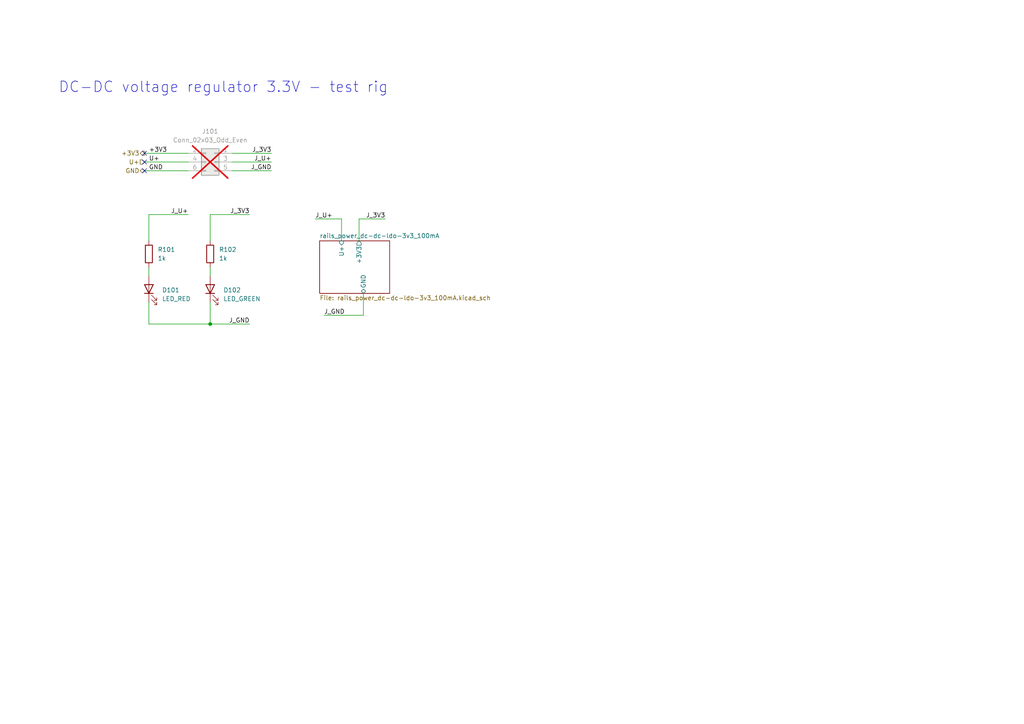
<source format=kicad_sch>
(kicad_sch
	(version 20231120)
	(generator "eeschema")
	(generator_version "8.0")
	(uuid "0ed6639a-cde6-4452-b9e1-77c370bade86")
	(paper "A4")
	(title_block
		(title "xDuinoRail - LocDecoder - Development Kit")
		(date "2024-10-09")
		(rev "v0.2")
		(company "Chatelain Engineering, Bern - CH")
	)
	(lib_symbols
		(symbol "Connector_Generic:Conn_02x03_Odd_Even"
			(pin_names
				(offset 1.016) hide)
			(exclude_from_sim no)
			(in_bom yes)
			(on_board yes)
			(property "Reference" "J"
				(at 1.27 5.08 0)
				(effects
					(font
						(size 1.27 1.27)
					)
				)
			)
			(property "Value" "Conn_02x03_Odd_Even"
				(at 1.27 -5.08 0)
				(effects
					(font
						(size 1.27 1.27)
					)
				)
			)
			(property "Footprint" ""
				(at 0 0 0)
				(effects
					(font
						(size 1.27 1.27)
					)
					(hide yes)
				)
			)
			(property "Datasheet" "~"
				(at 0 0 0)
				(effects
					(font
						(size 1.27 1.27)
					)
					(hide yes)
				)
			)
			(property "Description" "Generic connector, double row, 02x03, odd/even pin numbering scheme (row 1 odd numbers, row 2 even numbers), script generated (kicad-library-utils/schlib/autogen/connector/)"
				(at 0 0 0)
				(effects
					(font
						(size 1.27 1.27)
					)
					(hide yes)
				)
			)
			(property "ki_keywords" "connector"
				(at 0 0 0)
				(effects
					(font
						(size 1.27 1.27)
					)
					(hide yes)
				)
			)
			(property "ki_fp_filters" "Connector*:*_2x??_*"
				(at 0 0 0)
				(effects
					(font
						(size 1.27 1.27)
					)
					(hide yes)
				)
			)
			(symbol "Conn_02x03_Odd_Even_1_1"
				(rectangle
					(start -1.27 -2.413)
					(end 0 -2.667)
					(stroke
						(width 0.1524)
						(type default)
					)
					(fill
						(type none)
					)
				)
				(rectangle
					(start -1.27 0.127)
					(end 0 -0.127)
					(stroke
						(width 0.1524)
						(type default)
					)
					(fill
						(type none)
					)
				)
				(rectangle
					(start -1.27 2.667)
					(end 0 2.413)
					(stroke
						(width 0.1524)
						(type default)
					)
					(fill
						(type none)
					)
				)
				(rectangle
					(start -1.27 3.81)
					(end 3.81 -3.81)
					(stroke
						(width 0.254)
						(type default)
					)
					(fill
						(type background)
					)
				)
				(rectangle
					(start 3.81 -2.413)
					(end 2.54 -2.667)
					(stroke
						(width 0.1524)
						(type default)
					)
					(fill
						(type none)
					)
				)
				(rectangle
					(start 3.81 0.127)
					(end 2.54 -0.127)
					(stroke
						(width 0.1524)
						(type default)
					)
					(fill
						(type none)
					)
				)
				(rectangle
					(start 3.81 2.667)
					(end 2.54 2.413)
					(stroke
						(width 0.1524)
						(type default)
					)
					(fill
						(type none)
					)
				)
				(pin passive line
					(at -5.08 2.54 0)
					(length 3.81)
					(name "Pin_1"
						(effects
							(font
								(size 1.27 1.27)
							)
						)
					)
					(number "1"
						(effects
							(font
								(size 1.27 1.27)
							)
						)
					)
				)
				(pin passive line
					(at 7.62 2.54 180)
					(length 3.81)
					(name "Pin_2"
						(effects
							(font
								(size 1.27 1.27)
							)
						)
					)
					(number "2"
						(effects
							(font
								(size 1.27 1.27)
							)
						)
					)
				)
				(pin passive line
					(at -5.08 0 0)
					(length 3.81)
					(name "Pin_3"
						(effects
							(font
								(size 1.27 1.27)
							)
						)
					)
					(number "3"
						(effects
							(font
								(size 1.27 1.27)
							)
						)
					)
				)
				(pin passive line
					(at 7.62 0 180)
					(length 3.81)
					(name "Pin_4"
						(effects
							(font
								(size 1.27 1.27)
							)
						)
					)
					(number "4"
						(effects
							(font
								(size 1.27 1.27)
							)
						)
					)
				)
				(pin passive line
					(at -5.08 -2.54 0)
					(length 3.81)
					(name "Pin_5"
						(effects
							(font
								(size 1.27 1.27)
							)
						)
					)
					(number "5"
						(effects
							(font
								(size 1.27 1.27)
							)
						)
					)
				)
				(pin passive line
					(at 7.62 -2.54 180)
					(length 3.81)
					(name "Pin_6"
						(effects
							(font
								(size 1.27 1.27)
							)
						)
					)
					(number "6"
						(effects
							(font
								(size 1.27 1.27)
							)
						)
					)
				)
			)
		)
		(symbol "Device:LED"
			(pin_numbers hide)
			(pin_names
				(offset 1.016) hide)
			(exclude_from_sim no)
			(in_bom yes)
			(on_board yes)
			(property "Reference" "D"
				(at 0 2.54 0)
				(effects
					(font
						(size 1.27 1.27)
					)
				)
			)
			(property "Value" "LED"
				(at 0 -2.54 0)
				(effects
					(font
						(size 1.27 1.27)
					)
				)
			)
			(property "Footprint" ""
				(at 0 0 0)
				(effects
					(font
						(size 1.27 1.27)
					)
					(hide yes)
				)
			)
			(property "Datasheet" "~"
				(at 0 0 0)
				(effects
					(font
						(size 1.27 1.27)
					)
					(hide yes)
				)
			)
			(property "Description" "Light emitting diode"
				(at 0 0 0)
				(effects
					(font
						(size 1.27 1.27)
					)
					(hide yes)
				)
			)
			(property "ki_keywords" "LED diode"
				(at 0 0 0)
				(effects
					(font
						(size 1.27 1.27)
					)
					(hide yes)
				)
			)
			(property "ki_fp_filters" "LED* LED_SMD:* LED_THT:*"
				(at 0 0 0)
				(effects
					(font
						(size 1.27 1.27)
					)
					(hide yes)
				)
			)
			(symbol "LED_0_1"
				(polyline
					(pts
						(xy -1.27 -1.27) (xy -1.27 1.27)
					)
					(stroke
						(width 0.254)
						(type default)
					)
					(fill
						(type none)
					)
				)
				(polyline
					(pts
						(xy -1.27 0) (xy 1.27 0)
					)
					(stroke
						(width 0)
						(type default)
					)
					(fill
						(type none)
					)
				)
				(polyline
					(pts
						(xy 1.27 -1.27) (xy 1.27 1.27) (xy -1.27 0) (xy 1.27 -1.27)
					)
					(stroke
						(width 0.254)
						(type default)
					)
					(fill
						(type none)
					)
				)
				(polyline
					(pts
						(xy -3.048 -0.762) (xy -4.572 -2.286) (xy -3.81 -2.286) (xy -4.572 -2.286) (xy -4.572 -1.524)
					)
					(stroke
						(width 0)
						(type default)
					)
					(fill
						(type none)
					)
				)
				(polyline
					(pts
						(xy -1.778 -0.762) (xy -3.302 -2.286) (xy -2.54 -2.286) (xy -3.302 -2.286) (xy -3.302 -1.524)
					)
					(stroke
						(width 0)
						(type default)
					)
					(fill
						(type none)
					)
				)
			)
			(symbol "LED_1_1"
				(pin passive line
					(at -3.81 0 0)
					(length 2.54)
					(name "K"
						(effects
							(font
								(size 1.27 1.27)
							)
						)
					)
					(number "1"
						(effects
							(font
								(size 1.27 1.27)
							)
						)
					)
				)
				(pin passive line
					(at 3.81 0 180)
					(length 2.54)
					(name "A"
						(effects
							(font
								(size 1.27 1.27)
							)
						)
					)
					(number "2"
						(effects
							(font
								(size 1.27 1.27)
							)
						)
					)
				)
			)
		)
		(symbol "Device:R"
			(pin_numbers hide)
			(pin_names
				(offset 0)
			)
			(exclude_from_sim no)
			(in_bom yes)
			(on_board yes)
			(property "Reference" "R"
				(at 2.032 0 90)
				(effects
					(font
						(size 1.27 1.27)
					)
				)
			)
			(property "Value" "R"
				(at 0 0 90)
				(effects
					(font
						(size 1.27 1.27)
					)
				)
			)
			(property "Footprint" ""
				(at -1.778 0 90)
				(effects
					(font
						(size 1.27 1.27)
					)
					(hide yes)
				)
			)
			(property "Datasheet" "~"
				(at 0 0 0)
				(effects
					(font
						(size 1.27 1.27)
					)
					(hide yes)
				)
			)
			(property "Description" "Resistor"
				(at 0 0 0)
				(effects
					(font
						(size 1.27 1.27)
					)
					(hide yes)
				)
			)
			(property "ki_keywords" "R res resistor"
				(at 0 0 0)
				(effects
					(font
						(size 1.27 1.27)
					)
					(hide yes)
				)
			)
			(property "ki_fp_filters" "R_*"
				(at 0 0 0)
				(effects
					(font
						(size 1.27 1.27)
					)
					(hide yes)
				)
			)
			(symbol "R_0_1"
				(rectangle
					(start -1.016 -2.54)
					(end 1.016 2.54)
					(stroke
						(width 0.254)
						(type default)
					)
					(fill
						(type none)
					)
				)
			)
			(symbol "R_1_1"
				(pin passive line
					(at 0 3.81 270)
					(length 1.27)
					(name "~"
						(effects
							(font
								(size 1.27 1.27)
							)
						)
					)
					(number "1"
						(effects
							(font
								(size 1.27 1.27)
							)
						)
					)
				)
				(pin passive line
					(at 0 -3.81 90)
					(length 1.27)
					(name "~"
						(effects
							(font
								(size 1.27 1.27)
							)
						)
					)
					(number "2"
						(effects
							(font
								(size 1.27 1.27)
							)
						)
					)
				)
			)
		)
	)
	(junction
		(at 60.96 93.98)
		(diameter 0)
		(color 0 0 0 0)
		(uuid "e7b0e3d0-80b7-4dcb-9039-21c90ea0e871")
	)
	(no_connect
		(at 41.91 46.99)
		(uuid "37cf8681-04ee-4112-9587-446bf8deda70")
	)
	(no_connect
		(at 41.91 44.45)
		(uuid "782e42fd-a156-4da7-bfaa-38be59bf9715")
	)
	(no_connect
		(at 41.91 49.53)
		(uuid "be24381e-331d-4f5c-b845-08052f5fa0c9")
	)
	(wire
		(pts
			(xy 60.96 77.47) (xy 60.96 80.01)
		)
		(stroke
			(width 0)
			(type default)
		)
		(uuid "01705c20-bb01-41c6-9f39-4b71916add54")
	)
	(wire
		(pts
			(xy 43.18 77.47) (xy 43.18 80.01)
		)
		(stroke
			(width 0)
			(type default)
		)
		(uuid "0dac9330-9a37-4598-9cb6-984367e1c9f7")
	)
	(wire
		(pts
			(xy 60.96 62.23) (xy 72.39 62.23)
		)
		(stroke
			(width 0)
			(type default)
		)
		(uuid "387e1e8f-9999-4eb5-8c4b-70a3a8e1d1f7")
	)
	(wire
		(pts
			(xy 105.41 85.09) (xy 105.41 91.44)
		)
		(stroke
			(width 0)
			(type default)
		)
		(uuid "3fafc801-3766-4dea-9bfc-bf08a8a115ce")
	)
	(wire
		(pts
			(xy 60.96 93.98) (xy 60.96 87.63)
		)
		(stroke
			(width 0)
			(type default)
		)
		(uuid "40be8b9d-c855-42e6-8c1f-deef8e63b87e")
	)
	(wire
		(pts
			(xy 43.18 93.98) (xy 60.96 93.98)
		)
		(stroke
			(width 0)
			(type default)
		)
		(uuid "4af82f7e-b887-4f5a-90ee-501aa8423cc1")
	)
	(wire
		(pts
			(xy 67.31 46.99) (xy 78.74 46.99)
		)
		(stroke
			(width 0)
			(type default)
		)
		(uuid "752ce272-e33f-4990-a493-f5e76a10c857")
	)
	(wire
		(pts
			(xy 60.96 62.23) (xy 60.96 69.85)
		)
		(stroke
			(width 0)
			(type default)
		)
		(uuid "79927f4a-a48c-4022-926b-0aa68a07dadc")
	)
	(wire
		(pts
			(xy 43.18 62.23) (xy 54.61 62.23)
		)
		(stroke
			(width 0)
			(type default)
		)
		(uuid "8f7ba4f9-f8ec-47fa-8dca-02d14492fe50")
	)
	(wire
		(pts
			(xy 93.98 91.44) (xy 105.41 91.44)
		)
		(stroke
			(width 0)
			(type default)
		)
		(uuid "ac682786-0621-4709-bc44-232a708842dd")
	)
	(wire
		(pts
			(xy 41.91 44.45) (xy 54.61 44.45)
		)
		(stroke
			(width 0)
			(type default)
		)
		(uuid "ad89a361-8a53-470f-a392-cfc94e77dbda")
	)
	(wire
		(pts
			(xy 104.14 63.5) (xy 104.14 69.85)
		)
		(stroke
			(width 0)
			(type default)
		)
		(uuid "b220e254-2379-4faa-a996-a857b8132aca")
	)
	(wire
		(pts
			(xy 104.14 63.5) (xy 111.76 63.5)
		)
		(stroke
			(width 0)
			(type default)
		)
		(uuid "b55f3b0f-62dd-401a-b4f4-a31f97f9f087")
	)
	(wire
		(pts
			(xy 60.96 93.98) (xy 72.39 93.98)
		)
		(stroke
			(width 0)
			(type default)
		)
		(uuid "bb626d39-c086-42b6-846b-f6dd8718bb0a")
	)
	(wire
		(pts
			(xy 43.18 87.63) (xy 43.18 93.98)
		)
		(stroke
			(width 0)
			(type default)
		)
		(uuid "c60f00ca-9f87-4a09-b9ff-7ebb83f696bd")
	)
	(wire
		(pts
			(xy 41.91 46.99) (xy 54.61 46.99)
		)
		(stroke
			(width 0)
			(type default)
		)
		(uuid "cf70443e-7cf7-4651-b27c-dfd51ee44918")
	)
	(wire
		(pts
			(xy 99.06 63.5) (xy 99.06 69.85)
		)
		(stroke
			(width 0)
			(type default)
		)
		(uuid "d7db385f-07fa-4880-a817-b1a466d19da3")
	)
	(wire
		(pts
			(xy 41.91 49.53) (xy 54.61 49.53)
		)
		(stroke
			(width 0)
			(type default)
		)
		(uuid "de55fc2b-fb1f-487c-892b-ac679eef049b")
	)
	(wire
		(pts
			(xy 67.31 44.45) (xy 78.74 44.45)
		)
		(stroke
			(width 0)
			(type default)
		)
		(uuid "e09bb974-3f90-4fc2-aec7-7d2c1f795c03")
	)
	(wire
		(pts
			(xy 67.31 49.53) (xy 78.74 49.53)
		)
		(stroke
			(width 0)
			(type default)
		)
		(uuid "e83df118-6604-42a4-ab1c-955ef7710e8b")
	)
	(wire
		(pts
			(xy 91.44 63.5) (xy 99.06 63.5)
		)
		(stroke
			(width 0)
			(type default)
		)
		(uuid "ec235ca6-f22e-4668-9586-fd9823934cff")
	)
	(wire
		(pts
			(xy 43.18 62.23) (xy 43.18 69.85)
		)
		(stroke
			(width 0)
			(type default)
		)
		(uuid "f3ddeea5-d052-43de-853f-7ca7ce15b4ab")
	)
	(text "DC-DC voltage regulator 3.3V - test rig\n"
		(exclude_from_sim no)
		(at 64.77 25.4 0)
		(effects
			(font
				(size 3.048 3.048)
			)
		)
		(uuid "a76d4c3f-1db9-44fb-b638-4d14cd1e3899")
	)
	(label "U+"
		(at 43.18 46.99 0)
		(effects
			(font
				(size 1.27 1.27)
			)
			(justify left bottom)
		)
		(uuid "1b697442-c777-4005-a3aa-16cbb5935af9")
	)
	(label "J_GND"
		(at 78.74 49.53 180)
		(effects
			(font
				(size 1.27 1.27)
			)
			(justify right bottom)
		)
		(uuid "2bb9950b-6b92-431f-9706-eeacc8da38d2")
	)
	(label "J_U+"
		(at 91.44 63.5 0)
		(effects
			(font
				(size 1.27 1.27)
			)
			(justify left bottom)
		)
		(uuid "3421b7ab-f340-4789-8042-44c7818d3581")
	)
	(label "J_U+"
		(at 54.61 62.23 180)
		(effects
			(font
				(size 1.27 1.27)
			)
			(justify right bottom)
		)
		(uuid "3751879c-bc7c-4fa4-8536-536a62f4305f")
	)
	(label "GND"
		(at 43.18 49.53 0)
		(effects
			(font
				(size 1.27 1.27)
			)
			(justify left bottom)
		)
		(uuid "5ab4950e-b917-4d8b-a4fa-8851b6137e5b")
	)
	(label "J_GND"
		(at 72.39 93.98 180)
		(effects
			(font
				(size 1.27 1.27)
			)
			(justify right bottom)
		)
		(uuid "74682f07-679a-4663-8df7-3450b46cd80e")
	)
	(label "J_GND"
		(at 93.98 91.44 0)
		(effects
			(font
				(size 1.27 1.27)
			)
			(justify left bottom)
		)
		(uuid "8d88af8a-fb83-4c39-942f-c3edc372e7c0")
	)
	(label "J_3V3"
		(at 111.76 63.5 180)
		(effects
			(font
				(size 1.27 1.27)
			)
			(justify right bottom)
		)
		(uuid "95117098-7e83-4ddb-b917-3ff6d02c466b")
	)
	(label "J_3V3"
		(at 78.74 44.45 180)
		(effects
			(font
				(size 1.27 1.27)
			)
			(justify right bottom)
		)
		(uuid "9fdece85-e24a-44f8-bd04-a6f01d42f42c")
	)
	(label "J_3V3"
		(at 72.39 62.23 180)
		(effects
			(font
				(size 1.27 1.27)
			)
			(justify right bottom)
		)
		(uuid "bd29a1db-cce3-4c7d-b348-ecfbe9e4723d")
	)
	(label "+3V3"
		(at 43.18 44.45 0)
		(effects
			(font
				(size 1.27 1.27)
			)
			(justify left bottom)
		)
		(uuid "e9bc3bc5-42c9-46dc-83e7-c5d6907d627a")
	)
	(label "J_U+"
		(at 78.74 46.99 180)
		(effects
			(font
				(size 1.27 1.27)
			)
			(justify right bottom)
		)
		(uuid "f3fcfeae-8c34-4751-a05a-aae005ae289b")
	)
	(hierarchical_label "+3V3"
		(shape output)
		(at 41.91 44.45 180)
		(effects
			(font
				(size 1.27 1.27)
			)
			(justify right)
		)
		(uuid "2c8d074c-af2f-460b-8bf8-c40b0c2466ce")
	)
	(hierarchical_label "GND"
		(shape bidirectional)
		(at 41.91 49.53 180)
		(effects
			(font
				(size 1.27 1.27)
			)
			(justify right)
		)
		(uuid "4122690b-62ec-42e1-8082-193364f831a4")
	)
	(hierarchical_label "U+"
		(shape input)
		(at 41.91 46.99 180)
		(effects
			(font
				(size 1.27 1.27)
			)
			(justify right)
		)
		(uuid "de9e2d68-e67e-4353-b8a4-3844fc0f0408")
	)
	(symbol
		(lib_id "Device:LED")
		(at 60.96 83.82 90)
		(unit 1)
		(exclude_from_sim no)
		(in_bom yes)
		(on_board yes)
		(dnp no)
		(fields_autoplaced yes)
		(uuid "0586bacd-428c-490e-a714-1310611b4afc")
		(property "Reference" "D102"
			(at 64.77 84.1374 90)
			(effects
				(font
					(size 1.27 1.27)
				)
				(justify right)
			)
		)
		(property "Value" "LED_GREEN"
			(at 64.77 86.6774 90)
			(effects
				(font
					(size 1.27 1.27)
				)
				(justify right)
			)
		)
		(property "Footprint" "LED_SMD:LED_0603_1608Metric_Pad1.05x0.95mm_HandSolder"
			(at 60.96 83.82 0)
			(effects
				(font
					(size 1.27 1.27)
				)
				(hide yes)
			)
		)
		(property "Datasheet" "~"
			(at 60.96 83.82 0)
			(effects
				(font
					(size 1.27 1.27)
				)
				(hide yes)
			)
		)
		(property "Description" "Light emitting diode"
			(at 60.96 83.82 0)
			(effects
				(font
					(size 1.27 1.27)
				)
				(hide yes)
			)
		)
		(property "OLI_ID" "LED-GREEN_0603"
			(at 60.96 83.82 0)
			(effects
				(font
					(size 1.27 1.27)
				)
				(hide yes)
			)
		)
		(property "P/N" ""
			(at 60.96 83.82 0)
			(effects
				(font
					(size 1.27 1.27)
				)
				(hide yes)
			)
		)
		(pin "2"
			(uuid "5aaab1c5-c728-4ea7-9284-c7f1c64c7ff2")
		)
		(pin "1"
			(uuid "2715602f-1869-4cc1-b483-dfc7cef2e4f8")
		)
		(instances
			(project "rails_power_dc-dc-ldo-3v3_100mA-test"
				(path "/0ed6639a-cde6-4452-b9e1-77c370bade86"
					(reference "D102")
					(unit 1)
				)
			)
			(project "centrale-railcom-feedback-frank-test"
				(path "/e8f9fd83-27d4-40ee-a2c1-fd6356795d83/c0a4662f-3a60-4abc-94e9-504c675acc6d/e8a19738-6e63-483b-b359-ce1ad8baef1c"
					(reference "D?")
					(unit 1)
				)
			)
			(project "xDuinoRail-Accessory-Dev"
				(path "/fb33ec4e-6596-45d2-a121-8d3475acd69a/04faa6d4-33a6-453e-9edf-76276cac5673"
					(reference "D902")
					(unit 1)
				)
			)
		)
	)
	(symbol
		(lib_id "Device:R")
		(at 60.96 73.66 0)
		(unit 1)
		(exclude_from_sim no)
		(in_bom yes)
		(on_board yes)
		(dnp no)
		(fields_autoplaced yes)
		(uuid "2ff9dd22-9ff3-47cd-9059-d18014a405f5")
		(property "Reference" "R102"
			(at 63.5 72.3899 0)
			(effects
				(font
					(size 1.27 1.27)
				)
				(justify left)
			)
		)
		(property "Value" "1k"
			(at 63.5 74.9299 0)
			(effects
				(font
					(size 1.27 1.27)
				)
				(justify left)
			)
		)
		(property "Footprint" "Resistor_SMD:R_0603_1608Metric"
			(at 59.182 73.66 90)
			(effects
				(font
					(size 1.27 1.27)
				)
				(hide yes)
			)
		)
		(property "Datasheet" "~"
			(at 60.96 73.66 0)
			(effects
				(font
					(size 1.27 1.27)
				)
				(hide yes)
			)
		)
		(property "Description" "Resistor"
			(at 60.96 73.66 0)
			(effects
				(font
					(size 1.27 1.27)
				)
				(hide yes)
			)
		)
		(property "OLI_ID" "1k_0603"
			(at 60.96 73.66 0)
			(effects
				(font
					(size 1.27 1.27)
				)
				(hide yes)
			)
		)
		(property "P/N" ""
			(at 60.96 73.66 0)
			(effects
				(font
					(size 1.27 1.27)
				)
				(hide yes)
			)
		)
		(pin "1"
			(uuid "344abf9d-d04b-4b85-a4d4-9075767f0c9c")
		)
		(pin "2"
			(uuid "24a603a4-b1a7-46ef-b254-f4a9ec156610")
		)
		(instances
			(project "rails_power_dc-dc-ldo-3v3_100mA-test"
				(path "/0ed6639a-cde6-4452-b9e1-77c370bade86"
					(reference "R102")
					(unit 1)
				)
			)
			(project "centrale-railcom-feedback-frank-test"
				(path "/e8f9fd83-27d4-40ee-a2c1-fd6356795d83/c0a4662f-3a60-4abc-94e9-504c675acc6d/e8a19738-6e63-483b-b359-ce1ad8baef1c"
					(reference "R?")
					(unit 1)
				)
			)
			(project "xDuinoRail-Accessory-Dev"
				(path "/fb33ec4e-6596-45d2-a121-8d3475acd69a/04faa6d4-33a6-453e-9edf-76276cac5673"
					(reference "R902")
					(unit 1)
				)
			)
		)
	)
	(symbol
		(lib_id "Device:R")
		(at 43.18 73.66 0)
		(unit 1)
		(exclude_from_sim no)
		(in_bom yes)
		(on_board yes)
		(dnp no)
		(uuid "4a03a9a2-9006-41a4-b758-db799aebbf8f")
		(property "Reference" "R101"
			(at 45.72 72.3899 0)
			(effects
				(font
					(size 1.27 1.27)
				)
				(justify left)
			)
		)
		(property "Value" "1k"
			(at 45.72 74.9299 0)
			(effects
				(font
					(size 1.27 1.27)
				)
				(justify left)
			)
		)
		(property "Footprint" "Resistor_SMD:R_0603_1608Metric"
			(at 41.402 73.66 90)
			(effects
				(font
					(size 1.27 1.27)
				)
				(hide yes)
			)
		)
		(property "Datasheet" "~"
			(at 43.18 73.66 0)
			(effects
				(font
					(size 1.27 1.27)
				)
				(hide yes)
			)
		)
		(property "Description" "Resistor"
			(at 43.18 73.66 0)
			(effects
				(font
					(size 1.27 1.27)
				)
				(hide yes)
			)
		)
		(property "OLI_ID" "1k_0603"
			(at 43.18 73.66 0)
			(effects
				(font
					(size 1.27 1.27)
				)
				(hide yes)
			)
		)
		(property "P/N" ""
			(at 43.18 73.66 0)
			(effects
				(font
					(size 1.27 1.27)
				)
				(hide yes)
			)
		)
		(pin "1"
			(uuid "f2054aa6-1635-430b-b48d-a71205681a3d")
		)
		(pin "2"
			(uuid "eebf4e99-6ac9-462f-be0f-3739a53cacbe")
		)
		(instances
			(project "rails_power_dc-dc-ldo-3v3_100mA-test"
				(path "/0ed6639a-cde6-4452-b9e1-77c370bade86"
					(reference "R101")
					(unit 1)
				)
			)
			(project "centrale-railcom-feedback-frank-test"
				(path "/e8f9fd83-27d4-40ee-a2c1-fd6356795d83/c0a4662f-3a60-4abc-94e9-504c675acc6d/e8a19738-6e63-483b-b359-ce1ad8baef1c"
					(reference "R?")
					(unit 1)
				)
			)
			(project "xDuinoRail-Accessory-Dev"
				(path "/fb33ec4e-6596-45d2-a121-8d3475acd69a/04faa6d4-33a6-453e-9edf-76276cac5673"
					(reference "R901")
					(unit 1)
				)
			)
		)
	)
	(symbol
		(lib_id "Connector_Generic:Conn_02x03_Odd_Even")
		(at 62.23 46.99 0)
		(mirror y)
		(unit 1)
		(exclude_from_sim yes)
		(in_bom no)
		(on_board yes)
		(dnp yes)
		(uuid "815d20ba-06c3-4857-b155-34f4f38d3626")
		(property "Reference" "J101"
			(at 60.96 38.1 0)
			(effects
				(font
					(size 1.27 1.27)
				)
			)
		)
		(property "Value" "Conn_02x03_Odd_Even"
			(at 60.96 40.64 0)
			(effects
				(font
					(size 1.27 1.27)
				)
			)
		)
		(property "Footprint" "xDuinoRail:PinHeaderJP_2x03_P2.54mm_Vertical"
			(at 62.23 46.99 0)
			(effects
				(font
					(size 1.27 1.27)
				)
				(hide yes)
			)
		)
		(property "Datasheet" "~"
			(at 62.23 46.99 0)
			(effects
				(font
					(size 1.27 1.27)
				)
				(hide yes)
			)
		)
		(property "Description" "Generic connector, double row, 02x03, odd/even pin numbering scheme (row 1 odd numbers, row 2 even numbers), script generated (kicad-library-utils/schlib/autogen/connector/)"
			(at 62.23 46.99 0)
			(effects
				(font
					(size 1.27 1.27)
				)
				(hide yes)
			)
		)
		(property "P/N" ""
			(at 62.23 46.99 0)
			(effects
				(font
					(size 1.27 1.27)
				)
				(hide yes)
			)
		)
		(pin "5"
			(uuid "9071497b-da1d-4887-9283-f8af059a9398")
		)
		(pin "3"
			(uuid "a185b531-45f9-47c7-8ae0-2b158e44b9da")
		)
		(pin "1"
			(uuid "6f5a0101-1509-402d-8515-24b94039e459")
		)
		(pin "4"
			(uuid "f8335955-a0bc-4107-8744-daa71e66b65a")
		)
		(pin "2"
			(uuid "9f5c553b-d095-4710-9e29-33a9a620bffc")
		)
		(pin "6"
			(uuid "f42172f9-e070-404a-b218-a3c89f0bcd90")
		)
		(instances
			(project ""
				(path "/0ed6639a-cde6-4452-b9e1-77c370bade86"
					(reference "J101")
					(unit 1)
				)
			)
			(project ""
				(path "/3fe1c7d3-674a-46fe-b8de-0718a52fef91/fbfe1b57-3ea1-455c-9034-0f3b4a56f5f4/e8a19738-6e63-483b-b359-ce1ad8baef1c"
					(reference "J502")
					(unit 1)
				)
			)
			(project "centrale-railcom-feedback-frank-test"
				(path "/e8f9fd83-27d4-40ee-a2c1-fd6356795d83/c0a4662f-3a60-4abc-94e9-504c675acc6d/e8a19738-6e63-483b-b359-ce1ad8baef1c"
					(reference "J?")
					(unit 1)
				)
			)
			(project ""
				(path "/fb33ec4e-6596-45d2-a121-8d3475acd69a/04faa6d4-33a6-453e-9edf-76276cac5673"
					(reference "J901")
					(unit 1)
				)
			)
		)
	)
	(symbol
		(lib_id "Device:LED")
		(at 43.18 83.82 90)
		(unit 1)
		(exclude_from_sim no)
		(in_bom yes)
		(on_board yes)
		(dnp no)
		(fields_autoplaced yes)
		(uuid "a503a0a3-34b5-4789-b476-c1b3618bb465")
		(property "Reference" "D101"
			(at 46.99 84.1374 90)
			(effects
				(font
					(size 1.27 1.27)
				)
				(justify right)
			)
		)
		(property "Value" "LED_RED"
			(at 46.99 86.6774 90)
			(effects
				(font
					(size 1.27 1.27)
				)
				(justify right)
			)
		)
		(property "Footprint" "LED_SMD:LED_0603_1608Metric_Pad1.05x0.95mm_HandSolder"
			(at 43.18 83.82 0)
			(effects
				(font
					(size 1.27 1.27)
				)
				(hide yes)
			)
		)
		(property "Datasheet" "~"
			(at 43.18 83.82 0)
			(effects
				(font
					(size 1.27 1.27)
				)
				(hide yes)
			)
		)
		(property "Description" "Light emitting diode"
			(at 43.18 83.82 0)
			(effects
				(font
					(size 1.27 1.27)
				)
				(hide yes)
			)
		)
		(property "OLI_ID" "LED-RED_0603"
			(at 43.18 83.82 0)
			(effects
				(font
					(size 1.27 1.27)
				)
				(hide yes)
			)
		)
		(property "P/N" ""
			(at 43.18 83.82 0)
			(effects
				(font
					(size 1.27 1.27)
				)
				(hide yes)
			)
		)
		(pin "2"
			(uuid "68d55c68-4518-4ac2-95b5-fa6c2aa86f66")
		)
		(pin "1"
			(uuid "aec893ab-3775-4e4d-af93-abdb9f0e9bdc")
		)
		(instances
			(project "rails_power_dc-dc-ldo-3v3_100mA-test"
				(path "/0ed6639a-cde6-4452-b9e1-77c370bade86"
					(reference "D101")
					(unit 1)
				)
			)
			(project "centrale-railcom-feedback-frank-test"
				(path "/e8f9fd83-27d4-40ee-a2c1-fd6356795d83/c0a4662f-3a60-4abc-94e9-504c675acc6d/e8a19738-6e63-483b-b359-ce1ad8baef1c"
					(reference "D?")
					(unit 1)
				)
			)
			(project "xDuinoRail-Accessory-Dev"
				(path "/fb33ec4e-6596-45d2-a121-8d3475acd69a/04faa6d4-33a6-453e-9edf-76276cac5673"
					(reference "D901")
					(unit 1)
				)
			)
		)
	)
	(sheet
		(at 92.71 69.85)
		(size 20.32 15.24)
		(fields_autoplaced yes)
		(stroke
			(width 0.1524)
			(type solid)
		)
		(fill
			(color 0 0 0 0.0000)
		)
		(uuid "f74e307f-98ea-4a21-90fe-788ab4c41003")
		(property "Sheetname" "rails_power_dc-dc-ldo-3v3_100mA"
			(at 92.71 69.1384 0)
			(effects
				(font
					(size 1.27 1.27)
				)
				(justify left bottom)
			)
		)
		(property "Sheetfile" "rails_power_dc-dc-ldo-3v3_100mA.kicad_sch"
			(at 92.71 85.6746 0)
			(effects
				(font
					(size 1.27 1.27)
				)
				(justify left top)
			)
		)
		(pin "U+" input
			(at 99.06 69.85 90)
			(effects
				(font
					(size 1.27 1.27)
				)
				(justify right)
			)
			(uuid "0ef507c0-47bc-4bdc-b47f-4300f91f6858")
		)
		(pin "GND" bidirectional
			(at 105.41 85.09 270)
			(effects
				(font
					(size 1.27 1.27)
				)
				(justify left)
			)
			(uuid "4e93e82f-9121-4ff2-a23f-8bc8e7ee0e7c")
		)
		(pin "+3V3" output
			(at 104.14 69.85 90)
			(effects
				(font
					(size 1.27 1.27)
				)
				(justify right)
			)
			(uuid "e7c9176b-963f-4830-bc2e-000557abf8be")
		)
		(instances
			(project ""
				(path "/04faa6d4-33a6-453e-9edf-76276cac5673"
					(page "#")
				)
			)
			(project "xDuinoRail-Accessory-Dev"
				(path "/fb33ec4e-6596-45d2-a121-8d3475acd69a/04faa6d4-33a6-453e-9edf-76276cac5673"
					(page "25")
				)
			)
			(project ""
				(path "/e8a19738-6e63-483b-b359-ce1ad8baef1c"
					(page "#")
				)
			)
			(project ""
				(path "/fbfe1b57-3ea1-455c-9034-0f3b4a56f5f4/e8a19738-6e63-483b-b359-ce1ad8baef1c"
					(page "#")
				)
			)
			(project "xDuinoRail-Xmas-2024"
				(path "/3fe1c7d3-674a-46fe-b8de-0718a52fef91/fbfe1b57-3ea1-455c-9034-0f3b4a56f5f4/e8a19738-6e63-483b-b359-ce1ad8baef1c"
					(page "6")
				)
			)
			(project "rails_power_dc-dc-ldo-3v3_100mA-test"
				(path "/0ed6639a-cde6-4452-b9e1-77c370bade86"
					(page "2")
				)
			)
		)
	)
	(sheet_instances
		(path "/"
			(page "1")
		)
	)
)

</source>
